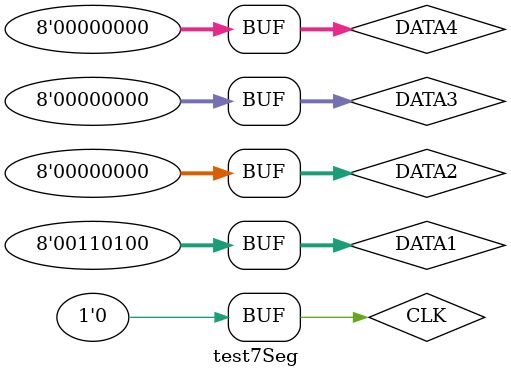
<source format=v>
`timescale 1ns / 1ps


module test7Seg;

	// Inputs
	reg CLK;
	reg [7:0] DATA1;
	reg [7:0] DATA2;
	reg [7:0] DATA3;
	reg [7:0] DATA4;

	// Outputs
	wire [7:0] SEGMENT;
	wire [3:0] DIG;

	// Instantiate the Unit Under Test (UUT)
	Segment7 uut (
		.CLK(CLK), 
		.DATA1(DATA1), 
		.DATA2(DATA2), 
		.DATA3(DATA3), 
		.DATA4(DATA4), 
		.SEGMENT(SEGMENT), 
		.DIG(DIG)
	);

	initial begin
		// Initialize Inputs
		CLK = 0;
		DATA1 = 0;
		DATA2 = 0;
		DATA3 = 0;
		DATA4 = 0;

		// Wait 100 ns for global reset to finish
		#100;
        
		// Add stimulus here
		DATA1 = "1";
		DATA1 = "2";
		DATA1 = "3";
		DATA1 = "4";

	end
      
endmodule


</source>
